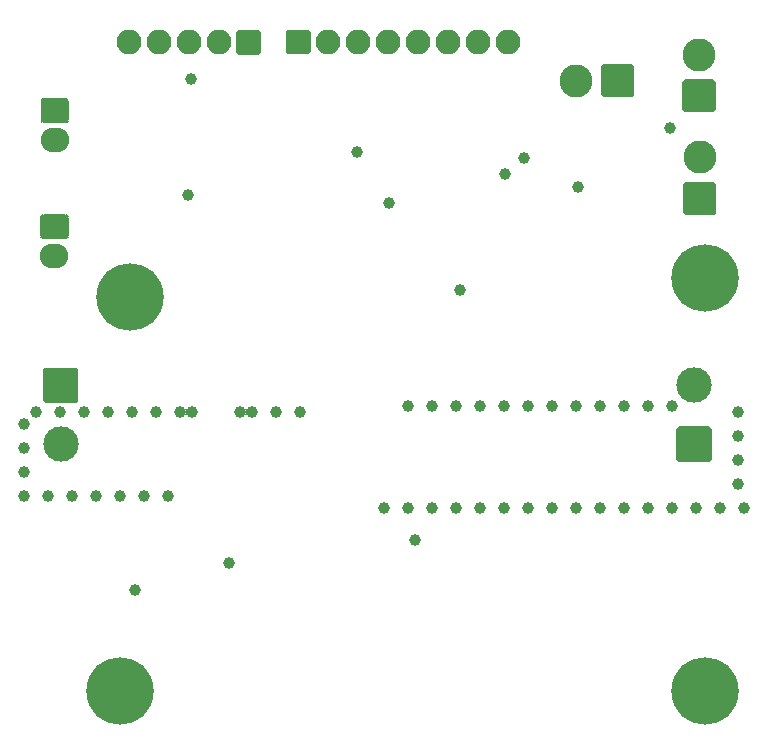
<source format=gbr>
G04 #@! TF.GenerationSoftware,KiCad,Pcbnew,5.1.10-88a1d61d58~90~ubuntu20.04.1*
G04 #@! TF.CreationDate,2021-09-05T17:22:48+01:00*
G04 #@! TF.ProjectId,hl2_extpamon,686c325f-6578-4747-9061-6d6f6e2e6b69,1*
G04 #@! TF.SameCoordinates,PX59a5380PY35d55f4*
G04 #@! TF.FileFunction,Soldermask,Bot*
G04 #@! TF.FilePolarity,Negative*
%FSLAX46Y46*%
G04 Gerber Fmt 4.6, Leading zero omitted, Abs format (unit mm)*
G04 Created by KiCad (PCBNEW 5.1.10-88a1d61d58~90~ubuntu20.04.1) date 2021-09-05 17:22:48*
%MOMM*%
%LPD*%
G01*
G04 APERTURE LIST*
%ADD10C,5.700000*%
%ADD11O,2.100000X2.100000*%
%ADD12O,2.400000X2.100000*%
%ADD13C,3.000000*%
%ADD14C,2.800000*%
%ADD15C,1.000000*%
%ADD16C,0.100000*%
G04 APERTURE END LIST*
D10*
X59690000Y-57150000D03*
X10160000Y-57150000D03*
X10972800Y-23850600D03*
X59690000Y-22199600D03*
D11*
X10865300Y-2260600D03*
X13405300Y-2260600D03*
X15945300Y-2260600D03*
X18485300Y-2260600D03*
G36*
G01*
X20175300Y-1210600D02*
X21875300Y-1210600D01*
G75*
G02*
X22075300Y-1410600I0J-200000D01*
G01*
X22075300Y-3110600D01*
G75*
G02*
X21875300Y-3310600I-200000J0D01*
G01*
X20175300Y-3310600D01*
G75*
G02*
X19975300Y-3110600I0J200000D01*
G01*
X19975300Y-1410600D01*
G75*
G02*
X20175300Y-1210600I200000J0D01*
G01*
G37*
X43021700Y-2235200D03*
X40481700Y-2235200D03*
X37941700Y-2235200D03*
X35401700Y-2235200D03*
X32861700Y-2235200D03*
X30321700Y-2235200D03*
X27781700Y-2235200D03*
G36*
G01*
X26091700Y-3285200D02*
X24391700Y-3285200D01*
G75*
G02*
X24191700Y-3085200I0J200000D01*
G01*
X24191700Y-1385200D01*
G75*
G02*
X24391700Y-1185200I200000J0D01*
G01*
X26091700Y-1185200D01*
G75*
G02*
X26291700Y-1385200I0J-200000D01*
G01*
X26291700Y-3085200D01*
G75*
G02*
X26091700Y-3285200I-200000J0D01*
G01*
G37*
D12*
X4590100Y-20373800D03*
G36*
G01*
X3698923Y-16823800D02*
X5481277Y-16823800D01*
G75*
G02*
X5790100Y-17132623I0J-308823D01*
G01*
X5790100Y-18614977D01*
G75*
G02*
X5481277Y-18923800I-308823J0D01*
G01*
X3698923Y-18923800D01*
G75*
G02*
X3390100Y-18614977I0J308823D01*
G01*
X3390100Y-17132623D01*
G75*
G02*
X3698923Y-16823800I308823J0D01*
G01*
G37*
D13*
X5124900Y-36292800D03*
G36*
G01*
X3824900Y-29792800D02*
X6424900Y-29792800D01*
G75*
G02*
X6624900Y-29992800I0J-200000D01*
G01*
X6624900Y-32592800D01*
G75*
G02*
X6424900Y-32792800I-200000J0D01*
G01*
X3824900Y-32792800D01*
G75*
G02*
X3624900Y-32592800I0J200000D01*
G01*
X3624900Y-29992800D01*
G75*
G02*
X3824900Y-29792800I200000J0D01*
G01*
G37*
D12*
X4616900Y-10541000D03*
G36*
G01*
X3725723Y-6991000D02*
X5508077Y-6991000D01*
G75*
G02*
X5816900Y-7299823I0J-308823D01*
G01*
X5816900Y-8782177D01*
G75*
G02*
X5508077Y-9091000I-308823J0D01*
G01*
X3725723Y-9091000D01*
G75*
G02*
X3416900Y-8782177I0J308823D01*
G01*
X3416900Y-7299823D01*
G75*
G02*
X3725723Y-6991000I308823J0D01*
G01*
G37*
D14*
X59162000Y-3297500D03*
G36*
G01*
X60362000Y-8197500D02*
X57962000Y-8197500D01*
G75*
G02*
X57762000Y-7997500I0J200000D01*
G01*
X57762000Y-5597500D01*
G75*
G02*
X57962000Y-5397500I200000J0D01*
G01*
X60362000Y-5397500D01*
G75*
G02*
X60562000Y-5597500I0J-200000D01*
G01*
X60562000Y-7997500D01*
G75*
G02*
X60362000Y-8197500I-200000J0D01*
G01*
G37*
X59225500Y-11997000D03*
G36*
G01*
X60425500Y-16897000D02*
X58025500Y-16897000D01*
G75*
G02*
X57825500Y-16697000I0J200000D01*
G01*
X57825500Y-14297000D01*
G75*
G02*
X58025500Y-14097000I200000J0D01*
G01*
X60425500Y-14097000D01*
G75*
G02*
X60625500Y-14297000I0J-200000D01*
G01*
X60625500Y-16697000D01*
G75*
G02*
X60425500Y-16897000I-200000J0D01*
G01*
G37*
D13*
X58742900Y-31274200D03*
G36*
G01*
X60042900Y-37774200D02*
X57442900Y-37774200D01*
G75*
G02*
X57242900Y-37574200I0J200000D01*
G01*
X57242900Y-34974200D01*
G75*
G02*
X57442900Y-34774200I200000J0D01*
G01*
X60042900Y-34774200D01*
G75*
G02*
X60242900Y-34974200I0J-200000D01*
G01*
X60242900Y-37574200D01*
G75*
G02*
X60042900Y-37774200I-200000J0D01*
G01*
G37*
D14*
X48767300Y-5511800D03*
G36*
G01*
X53667300Y-4311800D02*
X53667300Y-6711800D01*
G75*
G02*
X53467300Y-6911800I-200000J0D01*
G01*
X51067300Y-6911800D01*
G75*
G02*
X50867300Y-6711800I0J200000D01*
G01*
X50867300Y-4311800D01*
G75*
G02*
X51067300Y-4111800I200000J0D01*
G01*
X53467300Y-4111800D01*
G75*
G02*
X53667300Y-4311800I0J-200000D01*
G01*
G37*
D15*
X32512000Y-41656000D03*
X34544000Y-41656000D03*
X21336000Y-33528000D03*
X15240000Y-33528000D03*
X23368000Y-33528000D03*
X25400000Y-33528000D03*
X9144000Y-33528000D03*
X7112000Y-33528000D03*
X3048000Y-33528000D03*
X5080000Y-33528000D03*
X11176000Y-33528000D03*
X13208000Y-33528000D03*
X10160000Y-40640000D03*
X8128000Y-40640000D03*
X4064000Y-40640000D03*
X6096000Y-40640000D03*
X12192000Y-40640000D03*
X14224000Y-40640000D03*
X2032000Y-38608000D03*
X2032000Y-40640000D03*
X2032000Y-36576000D03*
X2032000Y-34544000D03*
X16256000Y-33528000D03*
X20320000Y-33528000D03*
X38608000Y-41656000D03*
X36576000Y-41656000D03*
X44704000Y-41656000D03*
X46736000Y-41656000D03*
X42672000Y-41656000D03*
X40640000Y-41656000D03*
X52832000Y-41656000D03*
X60960000Y-41656000D03*
X54864000Y-41656000D03*
X56896000Y-41656000D03*
X58928000Y-41656000D03*
X62992000Y-41656000D03*
X50800000Y-41656000D03*
X48768000Y-41656000D03*
X38608000Y-33020000D03*
X54864000Y-33020000D03*
X46736000Y-33020000D03*
X40640000Y-33020000D03*
X42672000Y-33020000D03*
X44704000Y-33020000D03*
X50800000Y-33020000D03*
X56896000Y-33020000D03*
X48768000Y-33020000D03*
X36576000Y-33020000D03*
X52832000Y-33020000D03*
X34544000Y-33020000D03*
X62484000Y-39624000D03*
X62484000Y-37592000D03*
X62484000Y-35560000D03*
X62484000Y-33528000D03*
X11443000Y-48628000D03*
X56743600Y-9499600D03*
X19374300Y-46380400D03*
X35093900Y-44370800D03*
X16157900Y-5400800D03*
X15903900Y-15173200D03*
X38957700Y-23241000D03*
X30245500Y-11582400D03*
X32886000Y-15893400D03*
X48933100Y-14541500D03*
X44373800Y-12090400D03*
X42748200Y-13385800D03*
D16*
G36*
X20729510Y-33241650D02*
G01*
X20741033Y-33255691D01*
X20759670Y-33270986D01*
X20780934Y-33282351D01*
X20804009Y-33289351D01*
X20828000Y-33291714D01*
X20851991Y-33289351D01*
X20875066Y-33282351D01*
X20896330Y-33270986D01*
X20914967Y-33255691D01*
X20926490Y-33241650D01*
X20928362Y-33240946D01*
X20929908Y-33242215D01*
X20929699Y-33244030D01*
X20896812Y-33293249D01*
X20859454Y-33383440D01*
X20840408Y-33479190D01*
X20840408Y-33576810D01*
X20859454Y-33672560D01*
X20896812Y-33762751D01*
X20929699Y-33811970D01*
X20929830Y-33813966D01*
X20928167Y-33815077D01*
X20926490Y-33814350D01*
X20914967Y-33800309D01*
X20896330Y-33785014D01*
X20875066Y-33773649D01*
X20851991Y-33766649D01*
X20828000Y-33764286D01*
X20804009Y-33766649D01*
X20780934Y-33773649D01*
X20759670Y-33785014D01*
X20741033Y-33800309D01*
X20729510Y-33814350D01*
X20727638Y-33815054D01*
X20726092Y-33813785D01*
X20726301Y-33811970D01*
X20759188Y-33762751D01*
X20796546Y-33672560D01*
X20815592Y-33576810D01*
X20815592Y-33479190D01*
X20796546Y-33383440D01*
X20759188Y-33293249D01*
X20726301Y-33244030D01*
X20726170Y-33242034D01*
X20727833Y-33240923D01*
X20729510Y-33241650D01*
G37*
G36*
X15649510Y-33241650D02*
G01*
X15661033Y-33255691D01*
X15679670Y-33270986D01*
X15700934Y-33282351D01*
X15724009Y-33289351D01*
X15748000Y-33291714D01*
X15771991Y-33289351D01*
X15795066Y-33282351D01*
X15816330Y-33270986D01*
X15834967Y-33255691D01*
X15846490Y-33241650D01*
X15848362Y-33240946D01*
X15849908Y-33242215D01*
X15849699Y-33244030D01*
X15816812Y-33293249D01*
X15779454Y-33383440D01*
X15760408Y-33479190D01*
X15760408Y-33576810D01*
X15779454Y-33672560D01*
X15816812Y-33762751D01*
X15849699Y-33811970D01*
X15849830Y-33813966D01*
X15848167Y-33815077D01*
X15846490Y-33814350D01*
X15834967Y-33800309D01*
X15816330Y-33785014D01*
X15795066Y-33773649D01*
X15771991Y-33766649D01*
X15748000Y-33764286D01*
X15724009Y-33766649D01*
X15700934Y-33773649D01*
X15679670Y-33785014D01*
X15661033Y-33800309D01*
X15649510Y-33814350D01*
X15647638Y-33815054D01*
X15646092Y-33813785D01*
X15646301Y-33811970D01*
X15679188Y-33762751D01*
X15716546Y-33672560D01*
X15735592Y-33576810D01*
X15735592Y-33479190D01*
X15716546Y-33383440D01*
X15679188Y-33293249D01*
X15646301Y-33244030D01*
X15646170Y-33242034D01*
X15647833Y-33240923D01*
X15649510Y-33241650D01*
G37*
G36*
X3392090Y-18614781D02*
G01*
X3398004Y-18674830D01*
X3415465Y-18732389D01*
X3443817Y-18785434D01*
X3481973Y-18831927D01*
X3528466Y-18870083D01*
X3581511Y-18898435D01*
X3639070Y-18915896D01*
X3699119Y-18921810D01*
X3700745Y-18922975D01*
X3700549Y-18924965D01*
X3698923Y-18925800D01*
X3616826Y-18925800D01*
X3616630Y-18925790D01*
X3567574Y-18920959D01*
X3567189Y-18920883D01*
X3525924Y-18908365D01*
X3525562Y-18908215D01*
X3487530Y-18887886D01*
X3487204Y-18887668D01*
X3453867Y-18860310D01*
X3453590Y-18860033D01*
X3426232Y-18826696D01*
X3426014Y-18826370D01*
X3405685Y-18788338D01*
X3405535Y-18787976D01*
X3393017Y-18746711D01*
X3392941Y-18746326D01*
X3388110Y-18697270D01*
X3388100Y-18697074D01*
X3388100Y-18614977D01*
X3389100Y-18613245D01*
X3391100Y-18613245D01*
X3392090Y-18614781D01*
G37*
G36*
X5791265Y-18613351D02*
G01*
X5792100Y-18614977D01*
X5792100Y-18697074D01*
X5792090Y-18697270D01*
X5787259Y-18746326D01*
X5787183Y-18746711D01*
X5774665Y-18787976D01*
X5774515Y-18788338D01*
X5754186Y-18826370D01*
X5753968Y-18826696D01*
X5726610Y-18860033D01*
X5726333Y-18860310D01*
X5692996Y-18887668D01*
X5692670Y-18887886D01*
X5654638Y-18908215D01*
X5654276Y-18908365D01*
X5613011Y-18920883D01*
X5612626Y-18920959D01*
X5563570Y-18925790D01*
X5563374Y-18925800D01*
X5481277Y-18925800D01*
X5479545Y-18924800D01*
X5479545Y-18922800D01*
X5481081Y-18921810D01*
X5541130Y-18915896D01*
X5598689Y-18898435D01*
X5651734Y-18870083D01*
X5698227Y-18831927D01*
X5736383Y-18785434D01*
X5764735Y-18732389D01*
X5782196Y-18674830D01*
X5788110Y-18614781D01*
X5789275Y-18613155D01*
X5791265Y-18613351D01*
G37*
G36*
X3700655Y-16822800D02*
G01*
X3700655Y-16824800D01*
X3699119Y-16825790D01*
X3639070Y-16831704D01*
X3581511Y-16849165D01*
X3528466Y-16877517D01*
X3481973Y-16915673D01*
X3443817Y-16962166D01*
X3415465Y-17015211D01*
X3398004Y-17072770D01*
X3392090Y-17132819D01*
X3390925Y-17134445D01*
X3388935Y-17134249D01*
X3388100Y-17132623D01*
X3388100Y-17050526D01*
X3388110Y-17050330D01*
X3392941Y-17001274D01*
X3393017Y-17000889D01*
X3405535Y-16959624D01*
X3405685Y-16959262D01*
X3426014Y-16921230D01*
X3426232Y-16920904D01*
X3453590Y-16887567D01*
X3453867Y-16887290D01*
X3487204Y-16859932D01*
X3487530Y-16859714D01*
X3525562Y-16839385D01*
X3525924Y-16839235D01*
X3567189Y-16826717D01*
X3567574Y-16826641D01*
X3616630Y-16821810D01*
X3616826Y-16821800D01*
X3698923Y-16821800D01*
X3700655Y-16822800D01*
G37*
G36*
X5563570Y-16821810D02*
G01*
X5612626Y-16826641D01*
X5613011Y-16826717D01*
X5654276Y-16839235D01*
X5654638Y-16839385D01*
X5692670Y-16859714D01*
X5692996Y-16859932D01*
X5726333Y-16887290D01*
X5726610Y-16887567D01*
X5753968Y-16920904D01*
X5754186Y-16921230D01*
X5774515Y-16959262D01*
X5774665Y-16959624D01*
X5787183Y-17000889D01*
X5787259Y-17001274D01*
X5792090Y-17050330D01*
X5792100Y-17050526D01*
X5792100Y-17132623D01*
X5791100Y-17134355D01*
X5789100Y-17134355D01*
X5788110Y-17132819D01*
X5782196Y-17072770D01*
X5764735Y-17015211D01*
X5736383Y-16962166D01*
X5698227Y-16915673D01*
X5651734Y-16877517D01*
X5598689Y-16849165D01*
X5541130Y-16831704D01*
X5481081Y-16825790D01*
X5479455Y-16824625D01*
X5479651Y-16822635D01*
X5481277Y-16821800D01*
X5563374Y-16821800D01*
X5563570Y-16821810D01*
G37*
G36*
X5818065Y-8780551D02*
G01*
X5818900Y-8782177D01*
X5818900Y-8864274D01*
X5818890Y-8864470D01*
X5814059Y-8913526D01*
X5813983Y-8913911D01*
X5801465Y-8955176D01*
X5801315Y-8955538D01*
X5780986Y-8993570D01*
X5780768Y-8993896D01*
X5753410Y-9027233D01*
X5753133Y-9027510D01*
X5719796Y-9054868D01*
X5719470Y-9055086D01*
X5681438Y-9075415D01*
X5681076Y-9075565D01*
X5639811Y-9088083D01*
X5639426Y-9088159D01*
X5590370Y-9092990D01*
X5590174Y-9093000D01*
X5508077Y-9093000D01*
X5506345Y-9092000D01*
X5506345Y-9090000D01*
X5507881Y-9089010D01*
X5567930Y-9083096D01*
X5625489Y-9065635D01*
X5678534Y-9037283D01*
X5725027Y-8999127D01*
X5763183Y-8952634D01*
X5791535Y-8899589D01*
X5808996Y-8842030D01*
X5814910Y-8781981D01*
X5816075Y-8780355D01*
X5818065Y-8780551D01*
G37*
G36*
X3418890Y-8781981D02*
G01*
X3424804Y-8842030D01*
X3442265Y-8899589D01*
X3470617Y-8952634D01*
X3508773Y-8999127D01*
X3555266Y-9037283D01*
X3608311Y-9065635D01*
X3665870Y-9083096D01*
X3725919Y-9089010D01*
X3727545Y-9090175D01*
X3727349Y-9092165D01*
X3725723Y-9093000D01*
X3643626Y-9093000D01*
X3643430Y-9092990D01*
X3594374Y-9088159D01*
X3593989Y-9088083D01*
X3552724Y-9075565D01*
X3552362Y-9075415D01*
X3514330Y-9055086D01*
X3514004Y-9054868D01*
X3480667Y-9027510D01*
X3480390Y-9027233D01*
X3453032Y-8993896D01*
X3452814Y-8993570D01*
X3432485Y-8955538D01*
X3432335Y-8955176D01*
X3419817Y-8913911D01*
X3419741Y-8913526D01*
X3414910Y-8864470D01*
X3414900Y-8864274D01*
X3414900Y-8782177D01*
X3415900Y-8780445D01*
X3417900Y-8780445D01*
X3418890Y-8781981D01*
G37*
G36*
X3727455Y-6990000D02*
G01*
X3727455Y-6992000D01*
X3725919Y-6992990D01*
X3665870Y-6998904D01*
X3608311Y-7016365D01*
X3555266Y-7044717D01*
X3508773Y-7082873D01*
X3470617Y-7129366D01*
X3442265Y-7182411D01*
X3424804Y-7239970D01*
X3418890Y-7300019D01*
X3417725Y-7301645D01*
X3415735Y-7301449D01*
X3414900Y-7299823D01*
X3414900Y-7217726D01*
X3414910Y-7217530D01*
X3419741Y-7168474D01*
X3419817Y-7168089D01*
X3432335Y-7126824D01*
X3432485Y-7126462D01*
X3452814Y-7088430D01*
X3453032Y-7088104D01*
X3480390Y-7054767D01*
X3480667Y-7054490D01*
X3514004Y-7027132D01*
X3514330Y-7026914D01*
X3552362Y-7006585D01*
X3552724Y-7006435D01*
X3593989Y-6993917D01*
X3594374Y-6993841D01*
X3643430Y-6989010D01*
X3643626Y-6989000D01*
X3725723Y-6989000D01*
X3727455Y-6990000D01*
G37*
G36*
X5590370Y-6989010D02*
G01*
X5639426Y-6993841D01*
X5639811Y-6993917D01*
X5681076Y-7006435D01*
X5681438Y-7006585D01*
X5719470Y-7026914D01*
X5719796Y-7027132D01*
X5753133Y-7054490D01*
X5753410Y-7054767D01*
X5780768Y-7088104D01*
X5780986Y-7088430D01*
X5801315Y-7126462D01*
X5801465Y-7126824D01*
X5813983Y-7168089D01*
X5814059Y-7168474D01*
X5818890Y-7217530D01*
X5818900Y-7217726D01*
X5818900Y-7299823D01*
X5817900Y-7301555D01*
X5815900Y-7301555D01*
X5814910Y-7300019D01*
X5808996Y-7239970D01*
X5791535Y-7182411D01*
X5763183Y-7129366D01*
X5725027Y-7082873D01*
X5678534Y-7044717D01*
X5625489Y-7016365D01*
X5567930Y-6998904D01*
X5507881Y-6992990D01*
X5506255Y-6991825D01*
X5506451Y-6989835D01*
X5508077Y-6989000D01*
X5590174Y-6989000D01*
X5590370Y-6989010D01*
G37*
M02*

</source>
